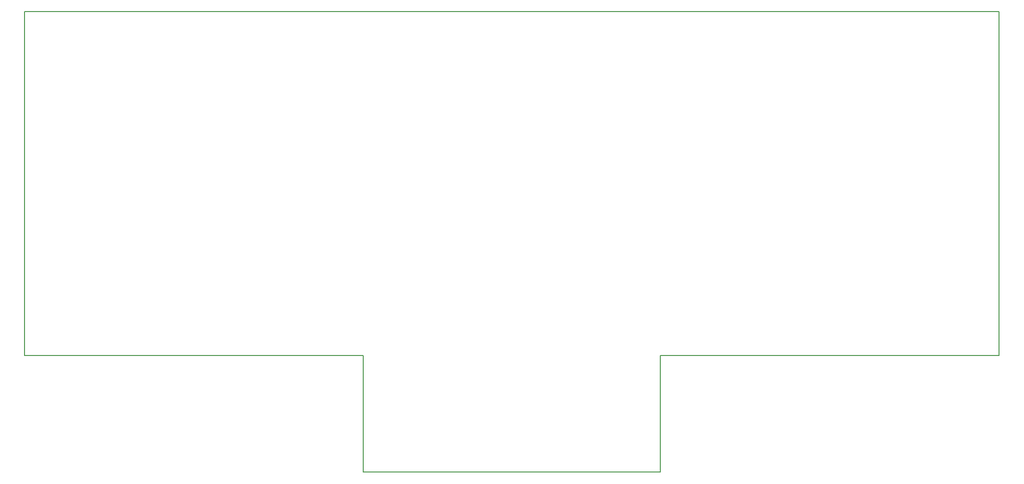
<source format=gko>
G04 Layer_Color=16711935*
%FSLAX24Y24*%
%MOIN*%
G70*
G01*
G75*
%ADD66C,0.0050*%
D66*
X35200Y0D02*
X45798D01*
Y8402D01*
X70200D01*
Y33201D01*
X35200D02*
X70200D01*
X24400Y0D02*
X35200D01*
X24400D02*
Y8400D01*
X23550D02*
X24400D01*
X0D02*
X23550D01*
X0D02*
Y33200D01*
X35200D01*
M02*

</source>
